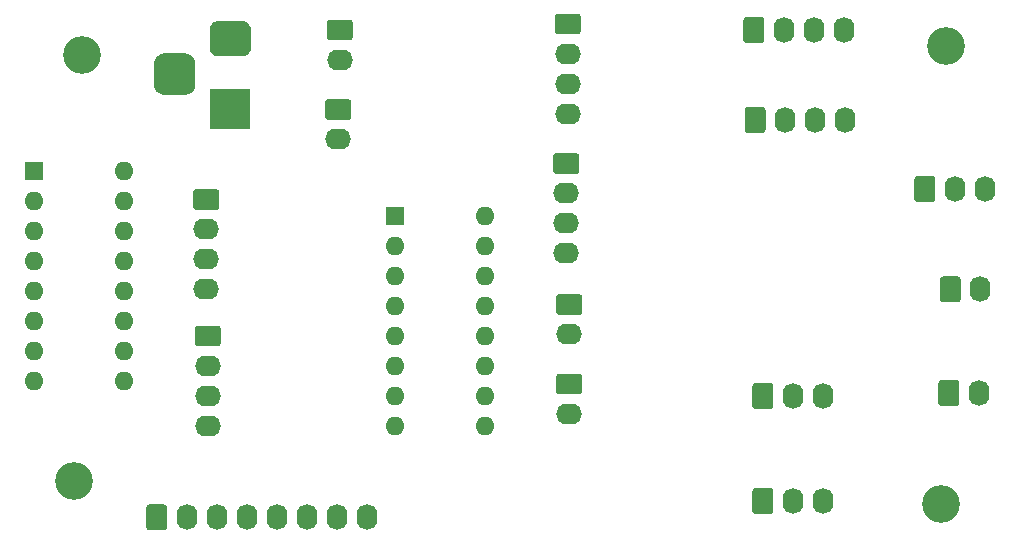
<source format=gbr>
G04 #@! TF.GenerationSoftware,KiCad,Pcbnew,(5.1.5-0-10_14)*
G04 #@! TF.CreationDate,2021-11-28T08:27:30+10:00*
G04 #@! TF.ProjectId,OH - Left Console - Output Distribution,4f48202d-204c-4656-9674-20436f6e736f,rev?*
G04 #@! TF.SameCoordinates,Original*
G04 #@! TF.FileFunction,Soldermask,Top*
G04 #@! TF.FilePolarity,Negative*
%FSLAX46Y46*%
G04 Gerber Fmt 4.6, Leading zero omitted, Abs format (unit mm)*
G04 Created by KiCad (PCBNEW (5.1.5-0-10_14)) date 2021-11-28 08:27:30*
%MOMM*%
%LPD*%
G04 APERTURE LIST*
%ADD10O,2.200000X1.740000*%
%ADD11C,0.100000*%
%ADD12R,3.500000X3.500000*%
%ADD13O,1.600000X1.600000*%
%ADD14R,1.600000X1.600000*%
%ADD15O,1.740000X2.200000*%
%ADD16C,3.200000*%
G04 APERTURE END LIST*
D10*
X169418000Y-53721000D03*
X169418000Y-51181000D03*
X169418000Y-48641000D03*
D11*
G36*
X170292505Y-45232204D02*
G01*
X170316773Y-45235804D01*
X170340572Y-45241765D01*
X170363671Y-45250030D01*
X170385850Y-45260520D01*
X170406893Y-45273132D01*
X170426599Y-45287747D01*
X170444777Y-45304223D01*
X170461253Y-45322401D01*
X170475868Y-45342107D01*
X170488480Y-45363150D01*
X170498970Y-45385329D01*
X170507235Y-45408428D01*
X170513196Y-45432227D01*
X170516796Y-45456495D01*
X170518000Y-45480999D01*
X170518000Y-46721001D01*
X170516796Y-46745505D01*
X170513196Y-46769773D01*
X170507235Y-46793572D01*
X170498970Y-46816671D01*
X170488480Y-46838850D01*
X170475868Y-46859893D01*
X170461253Y-46879599D01*
X170444777Y-46897777D01*
X170426599Y-46914253D01*
X170406893Y-46928868D01*
X170385850Y-46941480D01*
X170363671Y-46951970D01*
X170340572Y-46960235D01*
X170316773Y-46966196D01*
X170292505Y-46969796D01*
X170268001Y-46971000D01*
X168567999Y-46971000D01*
X168543495Y-46969796D01*
X168519227Y-46966196D01*
X168495428Y-46960235D01*
X168472329Y-46951970D01*
X168450150Y-46941480D01*
X168429107Y-46928868D01*
X168409401Y-46914253D01*
X168391223Y-46897777D01*
X168374747Y-46879599D01*
X168360132Y-46859893D01*
X168347520Y-46838850D01*
X168337030Y-46816671D01*
X168328765Y-46793572D01*
X168322804Y-46769773D01*
X168319204Y-46745505D01*
X168318000Y-46721001D01*
X168318000Y-45480999D01*
X168319204Y-45456495D01*
X168322804Y-45432227D01*
X168328765Y-45408428D01*
X168337030Y-45385329D01*
X168347520Y-45363150D01*
X168360132Y-45342107D01*
X168374747Y-45322401D01*
X168391223Y-45304223D01*
X168409401Y-45287747D01*
X168429107Y-45273132D01*
X168450150Y-45260520D01*
X168472329Y-45250030D01*
X168495428Y-45241765D01*
X168519227Y-45235804D01*
X168543495Y-45232204D01*
X168567999Y-45231000D01*
X170268001Y-45231000D01*
X170292505Y-45232204D01*
G37*
D10*
X169545000Y-41910000D03*
X169545000Y-39370000D03*
X169545000Y-36830000D03*
D11*
G36*
X170419505Y-33421204D02*
G01*
X170443773Y-33424804D01*
X170467572Y-33430765D01*
X170490671Y-33439030D01*
X170512850Y-33449520D01*
X170533893Y-33462132D01*
X170553599Y-33476747D01*
X170571777Y-33493223D01*
X170588253Y-33511401D01*
X170602868Y-33531107D01*
X170615480Y-33552150D01*
X170625970Y-33574329D01*
X170634235Y-33597428D01*
X170640196Y-33621227D01*
X170643796Y-33645495D01*
X170645000Y-33669999D01*
X170645000Y-34910001D01*
X170643796Y-34934505D01*
X170640196Y-34958773D01*
X170634235Y-34982572D01*
X170625970Y-35005671D01*
X170615480Y-35027850D01*
X170602868Y-35048893D01*
X170588253Y-35068599D01*
X170571777Y-35086777D01*
X170553599Y-35103253D01*
X170533893Y-35117868D01*
X170512850Y-35130480D01*
X170490671Y-35140970D01*
X170467572Y-35149235D01*
X170443773Y-35155196D01*
X170419505Y-35158796D01*
X170395001Y-35160000D01*
X168694999Y-35160000D01*
X168670495Y-35158796D01*
X168646227Y-35155196D01*
X168622428Y-35149235D01*
X168599329Y-35140970D01*
X168577150Y-35130480D01*
X168556107Y-35117868D01*
X168536401Y-35103253D01*
X168518223Y-35086777D01*
X168501747Y-35068599D01*
X168487132Y-35048893D01*
X168474520Y-35027850D01*
X168464030Y-35005671D01*
X168455765Y-34982572D01*
X168449804Y-34958773D01*
X168446204Y-34934505D01*
X168445000Y-34910001D01*
X168445000Y-33669999D01*
X168446204Y-33645495D01*
X168449804Y-33621227D01*
X168455765Y-33597428D01*
X168464030Y-33574329D01*
X168474520Y-33552150D01*
X168487132Y-33531107D01*
X168501747Y-33511401D01*
X168518223Y-33493223D01*
X168536401Y-33476747D01*
X168556107Y-33462132D01*
X168577150Y-33449520D01*
X168599329Y-33439030D01*
X168622428Y-33430765D01*
X168646227Y-33424804D01*
X168670495Y-33421204D01*
X168694999Y-33420000D01*
X170395001Y-33420000D01*
X170419505Y-33421204D01*
G37*
D10*
X169672000Y-67310000D03*
D11*
G36*
X170546505Y-63901204D02*
G01*
X170570773Y-63904804D01*
X170594572Y-63910765D01*
X170617671Y-63919030D01*
X170639850Y-63929520D01*
X170660893Y-63942132D01*
X170680599Y-63956747D01*
X170698777Y-63973223D01*
X170715253Y-63991401D01*
X170729868Y-64011107D01*
X170742480Y-64032150D01*
X170752970Y-64054329D01*
X170761235Y-64077428D01*
X170767196Y-64101227D01*
X170770796Y-64125495D01*
X170772000Y-64149999D01*
X170772000Y-65390001D01*
X170770796Y-65414505D01*
X170767196Y-65438773D01*
X170761235Y-65462572D01*
X170752970Y-65485671D01*
X170742480Y-65507850D01*
X170729868Y-65528893D01*
X170715253Y-65548599D01*
X170698777Y-65566777D01*
X170680599Y-65583253D01*
X170660893Y-65597868D01*
X170639850Y-65610480D01*
X170617671Y-65620970D01*
X170594572Y-65629235D01*
X170570773Y-65635196D01*
X170546505Y-65638796D01*
X170522001Y-65640000D01*
X168821999Y-65640000D01*
X168797495Y-65638796D01*
X168773227Y-65635196D01*
X168749428Y-65629235D01*
X168726329Y-65620970D01*
X168704150Y-65610480D01*
X168683107Y-65597868D01*
X168663401Y-65583253D01*
X168645223Y-65566777D01*
X168628747Y-65548599D01*
X168614132Y-65528893D01*
X168601520Y-65507850D01*
X168591030Y-65485671D01*
X168582765Y-65462572D01*
X168576804Y-65438773D01*
X168573204Y-65414505D01*
X168572000Y-65390001D01*
X168572000Y-64149999D01*
X168573204Y-64125495D01*
X168576804Y-64101227D01*
X168582765Y-64077428D01*
X168591030Y-64054329D01*
X168601520Y-64032150D01*
X168614132Y-64011107D01*
X168628747Y-63991401D01*
X168645223Y-63973223D01*
X168663401Y-63956747D01*
X168683107Y-63942132D01*
X168704150Y-63929520D01*
X168726329Y-63919030D01*
X168749428Y-63910765D01*
X168773227Y-63904804D01*
X168797495Y-63901204D01*
X168821999Y-63900000D01*
X170522001Y-63900000D01*
X170546505Y-63901204D01*
G37*
D10*
X169672000Y-60579000D03*
D11*
G36*
X170546505Y-57170204D02*
G01*
X170570773Y-57173804D01*
X170594572Y-57179765D01*
X170617671Y-57188030D01*
X170639850Y-57198520D01*
X170660893Y-57211132D01*
X170680599Y-57225747D01*
X170698777Y-57242223D01*
X170715253Y-57260401D01*
X170729868Y-57280107D01*
X170742480Y-57301150D01*
X170752970Y-57323329D01*
X170761235Y-57346428D01*
X170767196Y-57370227D01*
X170770796Y-57394495D01*
X170772000Y-57418999D01*
X170772000Y-58659001D01*
X170770796Y-58683505D01*
X170767196Y-58707773D01*
X170761235Y-58731572D01*
X170752970Y-58754671D01*
X170742480Y-58776850D01*
X170729868Y-58797893D01*
X170715253Y-58817599D01*
X170698777Y-58835777D01*
X170680599Y-58852253D01*
X170660893Y-58866868D01*
X170639850Y-58879480D01*
X170617671Y-58889970D01*
X170594572Y-58898235D01*
X170570773Y-58904196D01*
X170546505Y-58907796D01*
X170522001Y-58909000D01*
X168821999Y-58909000D01*
X168797495Y-58907796D01*
X168773227Y-58904196D01*
X168749428Y-58898235D01*
X168726329Y-58889970D01*
X168704150Y-58879480D01*
X168683107Y-58866868D01*
X168663401Y-58852253D01*
X168645223Y-58835777D01*
X168628747Y-58817599D01*
X168614132Y-58797893D01*
X168601520Y-58776850D01*
X168591030Y-58754671D01*
X168582765Y-58731572D01*
X168576804Y-58707773D01*
X168573204Y-58683505D01*
X168572000Y-58659001D01*
X168572000Y-57418999D01*
X168573204Y-57394495D01*
X168576804Y-57370227D01*
X168582765Y-57346428D01*
X168591030Y-57323329D01*
X168601520Y-57301150D01*
X168614132Y-57280107D01*
X168628747Y-57260401D01*
X168645223Y-57242223D01*
X168663401Y-57225747D01*
X168683107Y-57211132D01*
X168704150Y-57198520D01*
X168726329Y-57188030D01*
X168749428Y-57179765D01*
X168773227Y-57173804D01*
X168797495Y-57170204D01*
X168821999Y-57169000D01*
X170522001Y-57169000D01*
X170546505Y-57170204D01*
G37*
G36*
X137230765Y-36783213D02*
G01*
X137315704Y-36795813D01*
X137398999Y-36816677D01*
X137479848Y-36845605D01*
X137557472Y-36882319D01*
X137631124Y-36926464D01*
X137700094Y-36977616D01*
X137763718Y-37035282D01*
X137821384Y-37098906D01*
X137872536Y-37167876D01*
X137916681Y-37241528D01*
X137953395Y-37319152D01*
X137982323Y-37400001D01*
X138003187Y-37483296D01*
X138015787Y-37568235D01*
X138020000Y-37654000D01*
X138020000Y-39404000D01*
X138015787Y-39489765D01*
X138003187Y-39574704D01*
X137982323Y-39657999D01*
X137953395Y-39738848D01*
X137916681Y-39816472D01*
X137872536Y-39890124D01*
X137821384Y-39959094D01*
X137763718Y-40022718D01*
X137700094Y-40080384D01*
X137631124Y-40131536D01*
X137557472Y-40175681D01*
X137479848Y-40212395D01*
X137398999Y-40241323D01*
X137315704Y-40262187D01*
X137230765Y-40274787D01*
X137145000Y-40279000D01*
X135395000Y-40279000D01*
X135309235Y-40274787D01*
X135224296Y-40262187D01*
X135141001Y-40241323D01*
X135060152Y-40212395D01*
X134982528Y-40175681D01*
X134908876Y-40131536D01*
X134839906Y-40080384D01*
X134776282Y-40022718D01*
X134718616Y-39959094D01*
X134667464Y-39890124D01*
X134623319Y-39816472D01*
X134586605Y-39738848D01*
X134557677Y-39657999D01*
X134536813Y-39574704D01*
X134524213Y-39489765D01*
X134520000Y-39404000D01*
X134520000Y-37654000D01*
X134524213Y-37568235D01*
X134536813Y-37483296D01*
X134557677Y-37400001D01*
X134586605Y-37319152D01*
X134623319Y-37241528D01*
X134667464Y-37167876D01*
X134718616Y-37098906D01*
X134776282Y-37035282D01*
X134839906Y-36977616D01*
X134908876Y-36926464D01*
X134982528Y-36882319D01*
X135060152Y-36845605D01*
X135141001Y-36816677D01*
X135224296Y-36795813D01*
X135309235Y-36783213D01*
X135395000Y-36779000D01*
X137145000Y-36779000D01*
X137230765Y-36783213D01*
G37*
G36*
X142043513Y-34032611D02*
G01*
X142116318Y-34043411D01*
X142187714Y-34061295D01*
X142257013Y-34086090D01*
X142323548Y-34117559D01*
X142386678Y-34155398D01*
X142445795Y-34199242D01*
X142500330Y-34248670D01*
X142549758Y-34303205D01*
X142593602Y-34362322D01*
X142631441Y-34425452D01*
X142662910Y-34491987D01*
X142687705Y-34561286D01*
X142705589Y-34632682D01*
X142716389Y-34705487D01*
X142720000Y-34779000D01*
X142720000Y-36279000D01*
X142716389Y-36352513D01*
X142705589Y-36425318D01*
X142687705Y-36496714D01*
X142662910Y-36566013D01*
X142631441Y-36632548D01*
X142593602Y-36695678D01*
X142549758Y-36754795D01*
X142500330Y-36809330D01*
X142445795Y-36858758D01*
X142386678Y-36902602D01*
X142323548Y-36940441D01*
X142257013Y-36971910D01*
X142187714Y-36996705D01*
X142116318Y-37014589D01*
X142043513Y-37025389D01*
X141970000Y-37029000D01*
X139970000Y-37029000D01*
X139896487Y-37025389D01*
X139823682Y-37014589D01*
X139752286Y-36996705D01*
X139682987Y-36971910D01*
X139616452Y-36940441D01*
X139553322Y-36902602D01*
X139494205Y-36858758D01*
X139439670Y-36809330D01*
X139390242Y-36754795D01*
X139346398Y-36695678D01*
X139308559Y-36632548D01*
X139277090Y-36566013D01*
X139252295Y-36496714D01*
X139234411Y-36425318D01*
X139223611Y-36352513D01*
X139220000Y-36279000D01*
X139220000Y-34779000D01*
X139223611Y-34705487D01*
X139234411Y-34632682D01*
X139252295Y-34561286D01*
X139277090Y-34491987D01*
X139308559Y-34425452D01*
X139346398Y-34362322D01*
X139390242Y-34303205D01*
X139439670Y-34248670D01*
X139494205Y-34199242D01*
X139553322Y-34155398D01*
X139616452Y-34117559D01*
X139682987Y-34086090D01*
X139752286Y-34061295D01*
X139823682Y-34043411D01*
X139896487Y-34032611D01*
X139970000Y-34029000D01*
X141970000Y-34029000D01*
X142043513Y-34032611D01*
G37*
D12*
X140970000Y-41529000D03*
D13*
X162560000Y-50546000D03*
X154940000Y-68326000D03*
X162560000Y-53086000D03*
X154940000Y-65786000D03*
X162560000Y-55626000D03*
X154940000Y-63246000D03*
X162560000Y-58166000D03*
X154940000Y-60706000D03*
X162560000Y-60706000D03*
X154940000Y-58166000D03*
X162560000Y-63246000D03*
X154940000Y-55626000D03*
X162560000Y-65786000D03*
X154940000Y-53086000D03*
X162560000Y-68326000D03*
D14*
X154940000Y-50546000D03*
D15*
X152527000Y-76073000D03*
X149987000Y-76073000D03*
X147447000Y-76073000D03*
X144907000Y-76073000D03*
X142367000Y-76073000D03*
X139827000Y-76073000D03*
X137287000Y-76073000D03*
D11*
G36*
X135391505Y-74974204D02*
G01*
X135415773Y-74977804D01*
X135439572Y-74983765D01*
X135462671Y-74992030D01*
X135484850Y-75002520D01*
X135505893Y-75015132D01*
X135525599Y-75029747D01*
X135543777Y-75046223D01*
X135560253Y-75064401D01*
X135574868Y-75084107D01*
X135587480Y-75105150D01*
X135597970Y-75127329D01*
X135606235Y-75150428D01*
X135612196Y-75174227D01*
X135615796Y-75198495D01*
X135617000Y-75222999D01*
X135617000Y-76923001D01*
X135615796Y-76947505D01*
X135612196Y-76971773D01*
X135606235Y-76995572D01*
X135597970Y-77018671D01*
X135587480Y-77040850D01*
X135574868Y-77061893D01*
X135560253Y-77081599D01*
X135543777Y-77099777D01*
X135525599Y-77116253D01*
X135505893Y-77130868D01*
X135484850Y-77143480D01*
X135462671Y-77153970D01*
X135439572Y-77162235D01*
X135415773Y-77168196D01*
X135391505Y-77171796D01*
X135367001Y-77173000D01*
X134126999Y-77173000D01*
X134102495Y-77171796D01*
X134078227Y-77168196D01*
X134054428Y-77162235D01*
X134031329Y-77153970D01*
X134009150Y-77143480D01*
X133988107Y-77130868D01*
X133968401Y-77116253D01*
X133950223Y-77099777D01*
X133933747Y-77081599D01*
X133919132Y-77061893D01*
X133906520Y-77040850D01*
X133896030Y-77018671D01*
X133887765Y-76995572D01*
X133881804Y-76971773D01*
X133878204Y-76947505D01*
X133877000Y-76923001D01*
X133877000Y-75222999D01*
X133878204Y-75198495D01*
X133881804Y-75174227D01*
X133887765Y-75150428D01*
X133896030Y-75127329D01*
X133906520Y-75105150D01*
X133919132Y-75084107D01*
X133933747Y-75064401D01*
X133950223Y-75046223D01*
X133968401Y-75029747D01*
X133988107Y-75015132D01*
X134009150Y-75002520D01*
X134031329Y-74992030D01*
X134054428Y-74983765D01*
X134078227Y-74977804D01*
X134102495Y-74974204D01*
X134126999Y-74973000D01*
X135367001Y-74973000D01*
X135391505Y-74974204D01*
G37*
D15*
X204343000Y-65532000D03*
D11*
G36*
X202447505Y-64433204D02*
G01*
X202471773Y-64436804D01*
X202495572Y-64442765D01*
X202518671Y-64451030D01*
X202540850Y-64461520D01*
X202561893Y-64474132D01*
X202581599Y-64488747D01*
X202599777Y-64505223D01*
X202616253Y-64523401D01*
X202630868Y-64543107D01*
X202643480Y-64564150D01*
X202653970Y-64586329D01*
X202662235Y-64609428D01*
X202668196Y-64633227D01*
X202671796Y-64657495D01*
X202673000Y-64681999D01*
X202673000Y-66382001D01*
X202671796Y-66406505D01*
X202668196Y-66430773D01*
X202662235Y-66454572D01*
X202653970Y-66477671D01*
X202643480Y-66499850D01*
X202630868Y-66520893D01*
X202616253Y-66540599D01*
X202599777Y-66558777D01*
X202581599Y-66575253D01*
X202561893Y-66589868D01*
X202540850Y-66602480D01*
X202518671Y-66612970D01*
X202495572Y-66621235D01*
X202471773Y-66627196D01*
X202447505Y-66630796D01*
X202423001Y-66632000D01*
X201182999Y-66632000D01*
X201158495Y-66630796D01*
X201134227Y-66627196D01*
X201110428Y-66621235D01*
X201087329Y-66612970D01*
X201065150Y-66602480D01*
X201044107Y-66589868D01*
X201024401Y-66575253D01*
X201006223Y-66558777D01*
X200989747Y-66540599D01*
X200975132Y-66520893D01*
X200962520Y-66499850D01*
X200952030Y-66477671D01*
X200943765Y-66454572D01*
X200937804Y-66430773D01*
X200934204Y-66406505D01*
X200933000Y-66382001D01*
X200933000Y-64681999D01*
X200934204Y-64657495D01*
X200937804Y-64633227D01*
X200943765Y-64609428D01*
X200952030Y-64586329D01*
X200962520Y-64564150D01*
X200975132Y-64543107D01*
X200989747Y-64523401D01*
X201006223Y-64505223D01*
X201024401Y-64488747D01*
X201044107Y-64474132D01*
X201065150Y-64461520D01*
X201087329Y-64451030D01*
X201110428Y-64442765D01*
X201134227Y-64436804D01*
X201158495Y-64433204D01*
X201182999Y-64432000D01*
X202423001Y-64432000D01*
X202447505Y-64433204D01*
G37*
D15*
X204470000Y-56769000D03*
D11*
G36*
X202574505Y-55670204D02*
G01*
X202598773Y-55673804D01*
X202622572Y-55679765D01*
X202645671Y-55688030D01*
X202667850Y-55698520D01*
X202688893Y-55711132D01*
X202708599Y-55725747D01*
X202726777Y-55742223D01*
X202743253Y-55760401D01*
X202757868Y-55780107D01*
X202770480Y-55801150D01*
X202780970Y-55823329D01*
X202789235Y-55846428D01*
X202795196Y-55870227D01*
X202798796Y-55894495D01*
X202800000Y-55918999D01*
X202800000Y-57619001D01*
X202798796Y-57643505D01*
X202795196Y-57667773D01*
X202789235Y-57691572D01*
X202780970Y-57714671D01*
X202770480Y-57736850D01*
X202757868Y-57757893D01*
X202743253Y-57777599D01*
X202726777Y-57795777D01*
X202708599Y-57812253D01*
X202688893Y-57826868D01*
X202667850Y-57839480D01*
X202645671Y-57849970D01*
X202622572Y-57858235D01*
X202598773Y-57864196D01*
X202574505Y-57867796D01*
X202550001Y-57869000D01*
X201309999Y-57869000D01*
X201285495Y-57867796D01*
X201261227Y-57864196D01*
X201237428Y-57858235D01*
X201214329Y-57849970D01*
X201192150Y-57839480D01*
X201171107Y-57826868D01*
X201151401Y-57812253D01*
X201133223Y-57795777D01*
X201116747Y-57777599D01*
X201102132Y-57757893D01*
X201089520Y-57736850D01*
X201079030Y-57714671D01*
X201070765Y-57691572D01*
X201064804Y-57667773D01*
X201061204Y-57643505D01*
X201060000Y-57619001D01*
X201060000Y-55918999D01*
X201061204Y-55894495D01*
X201064804Y-55870227D01*
X201070765Y-55846428D01*
X201079030Y-55823329D01*
X201089520Y-55801150D01*
X201102132Y-55780107D01*
X201116747Y-55760401D01*
X201133223Y-55742223D01*
X201151401Y-55725747D01*
X201171107Y-55711132D01*
X201192150Y-55698520D01*
X201214329Y-55688030D01*
X201237428Y-55679765D01*
X201261227Y-55673804D01*
X201285495Y-55670204D01*
X201309999Y-55669000D01*
X202550001Y-55669000D01*
X202574505Y-55670204D01*
G37*
D15*
X204851000Y-48260000D03*
X202311000Y-48260000D03*
D11*
G36*
X200415505Y-47161204D02*
G01*
X200439773Y-47164804D01*
X200463572Y-47170765D01*
X200486671Y-47179030D01*
X200508850Y-47189520D01*
X200529893Y-47202132D01*
X200549599Y-47216747D01*
X200567777Y-47233223D01*
X200584253Y-47251401D01*
X200598868Y-47271107D01*
X200611480Y-47292150D01*
X200621970Y-47314329D01*
X200630235Y-47337428D01*
X200636196Y-47361227D01*
X200639796Y-47385495D01*
X200641000Y-47409999D01*
X200641000Y-49110001D01*
X200639796Y-49134505D01*
X200636196Y-49158773D01*
X200630235Y-49182572D01*
X200621970Y-49205671D01*
X200611480Y-49227850D01*
X200598868Y-49248893D01*
X200584253Y-49268599D01*
X200567777Y-49286777D01*
X200549599Y-49303253D01*
X200529893Y-49317868D01*
X200508850Y-49330480D01*
X200486671Y-49340970D01*
X200463572Y-49349235D01*
X200439773Y-49355196D01*
X200415505Y-49358796D01*
X200391001Y-49360000D01*
X199150999Y-49360000D01*
X199126495Y-49358796D01*
X199102227Y-49355196D01*
X199078428Y-49349235D01*
X199055329Y-49340970D01*
X199033150Y-49330480D01*
X199012107Y-49317868D01*
X198992401Y-49303253D01*
X198974223Y-49286777D01*
X198957747Y-49268599D01*
X198943132Y-49248893D01*
X198930520Y-49227850D01*
X198920030Y-49205671D01*
X198911765Y-49182572D01*
X198905804Y-49158773D01*
X198902204Y-49134505D01*
X198901000Y-49110001D01*
X198901000Y-47409999D01*
X198902204Y-47385495D01*
X198905804Y-47361227D01*
X198911765Y-47337428D01*
X198920030Y-47314329D01*
X198930520Y-47292150D01*
X198943132Y-47271107D01*
X198957747Y-47251401D01*
X198974223Y-47233223D01*
X198992401Y-47216747D01*
X199012107Y-47202132D01*
X199033150Y-47189520D01*
X199055329Y-47179030D01*
X199078428Y-47170765D01*
X199102227Y-47164804D01*
X199126495Y-47161204D01*
X199150999Y-47160000D01*
X200391001Y-47160000D01*
X200415505Y-47161204D01*
G37*
D13*
X131953000Y-46736000D03*
X124333000Y-64516000D03*
X131953000Y-49276000D03*
X124333000Y-61976000D03*
X131953000Y-51816000D03*
X124333000Y-59436000D03*
X131953000Y-54356000D03*
X124333000Y-56896000D03*
X131953000Y-56896000D03*
X124333000Y-54356000D03*
X131953000Y-59436000D03*
X124333000Y-51816000D03*
X131953000Y-61976000D03*
X124333000Y-49276000D03*
X131953000Y-64516000D03*
D14*
X124333000Y-46736000D03*
D15*
X191135000Y-65786000D03*
X188595000Y-65786000D03*
D11*
G36*
X186699505Y-64687204D02*
G01*
X186723773Y-64690804D01*
X186747572Y-64696765D01*
X186770671Y-64705030D01*
X186792850Y-64715520D01*
X186813893Y-64728132D01*
X186833599Y-64742747D01*
X186851777Y-64759223D01*
X186868253Y-64777401D01*
X186882868Y-64797107D01*
X186895480Y-64818150D01*
X186905970Y-64840329D01*
X186914235Y-64863428D01*
X186920196Y-64887227D01*
X186923796Y-64911495D01*
X186925000Y-64935999D01*
X186925000Y-66636001D01*
X186923796Y-66660505D01*
X186920196Y-66684773D01*
X186914235Y-66708572D01*
X186905970Y-66731671D01*
X186895480Y-66753850D01*
X186882868Y-66774893D01*
X186868253Y-66794599D01*
X186851777Y-66812777D01*
X186833599Y-66829253D01*
X186813893Y-66843868D01*
X186792850Y-66856480D01*
X186770671Y-66866970D01*
X186747572Y-66875235D01*
X186723773Y-66881196D01*
X186699505Y-66884796D01*
X186675001Y-66886000D01*
X185434999Y-66886000D01*
X185410495Y-66884796D01*
X185386227Y-66881196D01*
X185362428Y-66875235D01*
X185339329Y-66866970D01*
X185317150Y-66856480D01*
X185296107Y-66843868D01*
X185276401Y-66829253D01*
X185258223Y-66812777D01*
X185241747Y-66794599D01*
X185227132Y-66774893D01*
X185214520Y-66753850D01*
X185204030Y-66731671D01*
X185195765Y-66708572D01*
X185189804Y-66684773D01*
X185186204Y-66660505D01*
X185185000Y-66636001D01*
X185185000Y-64935999D01*
X185186204Y-64911495D01*
X185189804Y-64887227D01*
X185195765Y-64863428D01*
X185204030Y-64840329D01*
X185214520Y-64818150D01*
X185227132Y-64797107D01*
X185241747Y-64777401D01*
X185258223Y-64759223D01*
X185276401Y-64742747D01*
X185296107Y-64728132D01*
X185317150Y-64715520D01*
X185339329Y-64705030D01*
X185362428Y-64696765D01*
X185386227Y-64690804D01*
X185410495Y-64687204D01*
X185434999Y-64686000D01*
X186675001Y-64686000D01*
X186699505Y-64687204D01*
G37*
D15*
X191135000Y-74676000D03*
X188595000Y-74676000D03*
D11*
G36*
X186699505Y-73577204D02*
G01*
X186723773Y-73580804D01*
X186747572Y-73586765D01*
X186770671Y-73595030D01*
X186792850Y-73605520D01*
X186813893Y-73618132D01*
X186833599Y-73632747D01*
X186851777Y-73649223D01*
X186868253Y-73667401D01*
X186882868Y-73687107D01*
X186895480Y-73708150D01*
X186905970Y-73730329D01*
X186914235Y-73753428D01*
X186920196Y-73777227D01*
X186923796Y-73801495D01*
X186925000Y-73825999D01*
X186925000Y-75526001D01*
X186923796Y-75550505D01*
X186920196Y-75574773D01*
X186914235Y-75598572D01*
X186905970Y-75621671D01*
X186895480Y-75643850D01*
X186882868Y-75664893D01*
X186868253Y-75684599D01*
X186851777Y-75702777D01*
X186833599Y-75719253D01*
X186813893Y-75733868D01*
X186792850Y-75746480D01*
X186770671Y-75756970D01*
X186747572Y-75765235D01*
X186723773Y-75771196D01*
X186699505Y-75774796D01*
X186675001Y-75776000D01*
X185434999Y-75776000D01*
X185410495Y-75774796D01*
X185386227Y-75771196D01*
X185362428Y-75765235D01*
X185339329Y-75756970D01*
X185317150Y-75746480D01*
X185296107Y-75733868D01*
X185276401Y-75719253D01*
X185258223Y-75702777D01*
X185241747Y-75684599D01*
X185227132Y-75664893D01*
X185214520Y-75643850D01*
X185204030Y-75621671D01*
X185195765Y-75598572D01*
X185189804Y-75574773D01*
X185186204Y-75550505D01*
X185185000Y-75526001D01*
X185185000Y-73825999D01*
X185186204Y-73801495D01*
X185189804Y-73777227D01*
X185195765Y-73753428D01*
X185204030Y-73730329D01*
X185214520Y-73708150D01*
X185227132Y-73687107D01*
X185241747Y-73667401D01*
X185258223Y-73649223D01*
X185276401Y-73632747D01*
X185296107Y-73618132D01*
X185317150Y-73605520D01*
X185339329Y-73595030D01*
X185362428Y-73586765D01*
X185386227Y-73580804D01*
X185410495Y-73577204D01*
X185434999Y-73576000D01*
X186675001Y-73576000D01*
X186699505Y-73577204D01*
G37*
D10*
X139065000Y-68326000D03*
X139065000Y-65786000D03*
X139065000Y-63246000D03*
D11*
G36*
X139939505Y-59837204D02*
G01*
X139963773Y-59840804D01*
X139987572Y-59846765D01*
X140010671Y-59855030D01*
X140032850Y-59865520D01*
X140053893Y-59878132D01*
X140073599Y-59892747D01*
X140091777Y-59909223D01*
X140108253Y-59927401D01*
X140122868Y-59947107D01*
X140135480Y-59968150D01*
X140145970Y-59990329D01*
X140154235Y-60013428D01*
X140160196Y-60037227D01*
X140163796Y-60061495D01*
X140165000Y-60085999D01*
X140165000Y-61326001D01*
X140163796Y-61350505D01*
X140160196Y-61374773D01*
X140154235Y-61398572D01*
X140145970Y-61421671D01*
X140135480Y-61443850D01*
X140122868Y-61464893D01*
X140108253Y-61484599D01*
X140091777Y-61502777D01*
X140073599Y-61519253D01*
X140053893Y-61533868D01*
X140032850Y-61546480D01*
X140010671Y-61556970D01*
X139987572Y-61565235D01*
X139963773Y-61571196D01*
X139939505Y-61574796D01*
X139915001Y-61576000D01*
X138214999Y-61576000D01*
X138190495Y-61574796D01*
X138166227Y-61571196D01*
X138142428Y-61565235D01*
X138119329Y-61556970D01*
X138097150Y-61546480D01*
X138076107Y-61533868D01*
X138056401Y-61519253D01*
X138038223Y-61502777D01*
X138021747Y-61484599D01*
X138007132Y-61464893D01*
X137994520Y-61443850D01*
X137984030Y-61421671D01*
X137975765Y-61398572D01*
X137969804Y-61374773D01*
X137966204Y-61350505D01*
X137965000Y-61326001D01*
X137965000Y-60085999D01*
X137966204Y-60061495D01*
X137969804Y-60037227D01*
X137975765Y-60013428D01*
X137984030Y-59990329D01*
X137994520Y-59968150D01*
X138007132Y-59947107D01*
X138021747Y-59927401D01*
X138038223Y-59909223D01*
X138056401Y-59892747D01*
X138076107Y-59878132D01*
X138097150Y-59865520D01*
X138119329Y-59855030D01*
X138142428Y-59846765D01*
X138166227Y-59840804D01*
X138190495Y-59837204D01*
X138214999Y-59836000D01*
X139915001Y-59836000D01*
X139939505Y-59837204D01*
G37*
D15*
X193040000Y-42418000D03*
X190500000Y-42418000D03*
X187960000Y-42418000D03*
D11*
G36*
X186064505Y-41319204D02*
G01*
X186088773Y-41322804D01*
X186112572Y-41328765D01*
X186135671Y-41337030D01*
X186157850Y-41347520D01*
X186178893Y-41360132D01*
X186198599Y-41374747D01*
X186216777Y-41391223D01*
X186233253Y-41409401D01*
X186247868Y-41429107D01*
X186260480Y-41450150D01*
X186270970Y-41472329D01*
X186279235Y-41495428D01*
X186285196Y-41519227D01*
X186288796Y-41543495D01*
X186290000Y-41567999D01*
X186290000Y-43268001D01*
X186288796Y-43292505D01*
X186285196Y-43316773D01*
X186279235Y-43340572D01*
X186270970Y-43363671D01*
X186260480Y-43385850D01*
X186247868Y-43406893D01*
X186233253Y-43426599D01*
X186216777Y-43444777D01*
X186198599Y-43461253D01*
X186178893Y-43475868D01*
X186157850Y-43488480D01*
X186135671Y-43498970D01*
X186112572Y-43507235D01*
X186088773Y-43513196D01*
X186064505Y-43516796D01*
X186040001Y-43518000D01*
X184799999Y-43518000D01*
X184775495Y-43516796D01*
X184751227Y-43513196D01*
X184727428Y-43507235D01*
X184704329Y-43498970D01*
X184682150Y-43488480D01*
X184661107Y-43475868D01*
X184641401Y-43461253D01*
X184623223Y-43444777D01*
X184606747Y-43426599D01*
X184592132Y-43406893D01*
X184579520Y-43385850D01*
X184569030Y-43363671D01*
X184560765Y-43340572D01*
X184554804Y-43316773D01*
X184551204Y-43292505D01*
X184550000Y-43268001D01*
X184550000Y-41567999D01*
X184551204Y-41543495D01*
X184554804Y-41519227D01*
X184560765Y-41495428D01*
X184569030Y-41472329D01*
X184579520Y-41450150D01*
X184592132Y-41429107D01*
X184606747Y-41409401D01*
X184623223Y-41391223D01*
X184641401Y-41374747D01*
X184661107Y-41360132D01*
X184682150Y-41347520D01*
X184704329Y-41337030D01*
X184727428Y-41328765D01*
X184751227Y-41322804D01*
X184775495Y-41319204D01*
X184799999Y-41318000D01*
X186040001Y-41318000D01*
X186064505Y-41319204D01*
G37*
D10*
X150241000Y-37338000D03*
D11*
G36*
X151115505Y-33929204D02*
G01*
X151139773Y-33932804D01*
X151163572Y-33938765D01*
X151186671Y-33947030D01*
X151208850Y-33957520D01*
X151229893Y-33970132D01*
X151249599Y-33984747D01*
X151267777Y-34001223D01*
X151284253Y-34019401D01*
X151298868Y-34039107D01*
X151311480Y-34060150D01*
X151321970Y-34082329D01*
X151330235Y-34105428D01*
X151336196Y-34129227D01*
X151339796Y-34153495D01*
X151341000Y-34177999D01*
X151341000Y-35418001D01*
X151339796Y-35442505D01*
X151336196Y-35466773D01*
X151330235Y-35490572D01*
X151321970Y-35513671D01*
X151311480Y-35535850D01*
X151298868Y-35556893D01*
X151284253Y-35576599D01*
X151267777Y-35594777D01*
X151249599Y-35611253D01*
X151229893Y-35625868D01*
X151208850Y-35638480D01*
X151186671Y-35648970D01*
X151163572Y-35657235D01*
X151139773Y-35663196D01*
X151115505Y-35666796D01*
X151091001Y-35668000D01*
X149390999Y-35668000D01*
X149366495Y-35666796D01*
X149342227Y-35663196D01*
X149318428Y-35657235D01*
X149295329Y-35648970D01*
X149273150Y-35638480D01*
X149252107Y-35625868D01*
X149232401Y-35611253D01*
X149214223Y-35594777D01*
X149197747Y-35576599D01*
X149183132Y-35556893D01*
X149170520Y-35535850D01*
X149160030Y-35513671D01*
X149151765Y-35490572D01*
X149145804Y-35466773D01*
X149142204Y-35442505D01*
X149141000Y-35418001D01*
X149141000Y-34177999D01*
X149142204Y-34153495D01*
X149145804Y-34129227D01*
X149151765Y-34105428D01*
X149160030Y-34082329D01*
X149170520Y-34060150D01*
X149183132Y-34039107D01*
X149197747Y-34019401D01*
X149214223Y-34001223D01*
X149232401Y-33984747D01*
X149252107Y-33970132D01*
X149273150Y-33957520D01*
X149295329Y-33947030D01*
X149318428Y-33938765D01*
X149342227Y-33932804D01*
X149366495Y-33929204D01*
X149390999Y-33928000D01*
X151091001Y-33928000D01*
X151115505Y-33929204D01*
G37*
D10*
X138938000Y-56769000D03*
X138938000Y-54229000D03*
X138938000Y-51689000D03*
D11*
G36*
X139812505Y-48280204D02*
G01*
X139836773Y-48283804D01*
X139860572Y-48289765D01*
X139883671Y-48298030D01*
X139905850Y-48308520D01*
X139926893Y-48321132D01*
X139946599Y-48335747D01*
X139964777Y-48352223D01*
X139981253Y-48370401D01*
X139995868Y-48390107D01*
X140008480Y-48411150D01*
X140018970Y-48433329D01*
X140027235Y-48456428D01*
X140033196Y-48480227D01*
X140036796Y-48504495D01*
X140038000Y-48528999D01*
X140038000Y-49769001D01*
X140036796Y-49793505D01*
X140033196Y-49817773D01*
X140027235Y-49841572D01*
X140018970Y-49864671D01*
X140008480Y-49886850D01*
X139995868Y-49907893D01*
X139981253Y-49927599D01*
X139964777Y-49945777D01*
X139946599Y-49962253D01*
X139926893Y-49976868D01*
X139905850Y-49989480D01*
X139883671Y-49999970D01*
X139860572Y-50008235D01*
X139836773Y-50014196D01*
X139812505Y-50017796D01*
X139788001Y-50019000D01*
X138087999Y-50019000D01*
X138063495Y-50017796D01*
X138039227Y-50014196D01*
X138015428Y-50008235D01*
X137992329Y-49999970D01*
X137970150Y-49989480D01*
X137949107Y-49976868D01*
X137929401Y-49962253D01*
X137911223Y-49945777D01*
X137894747Y-49927599D01*
X137880132Y-49907893D01*
X137867520Y-49886850D01*
X137857030Y-49864671D01*
X137848765Y-49841572D01*
X137842804Y-49817773D01*
X137839204Y-49793505D01*
X137838000Y-49769001D01*
X137838000Y-48528999D01*
X137839204Y-48504495D01*
X137842804Y-48480227D01*
X137848765Y-48456428D01*
X137857030Y-48433329D01*
X137867520Y-48411150D01*
X137880132Y-48390107D01*
X137894747Y-48370401D01*
X137911223Y-48352223D01*
X137929401Y-48335747D01*
X137949107Y-48321132D01*
X137970150Y-48308520D01*
X137992329Y-48298030D01*
X138015428Y-48289765D01*
X138039227Y-48283804D01*
X138063495Y-48280204D01*
X138087999Y-48279000D01*
X139788001Y-48279000D01*
X139812505Y-48280204D01*
G37*
D10*
X150114000Y-44069000D03*
D11*
G36*
X150988505Y-40660204D02*
G01*
X151012773Y-40663804D01*
X151036572Y-40669765D01*
X151059671Y-40678030D01*
X151081850Y-40688520D01*
X151102893Y-40701132D01*
X151122599Y-40715747D01*
X151140777Y-40732223D01*
X151157253Y-40750401D01*
X151171868Y-40770107D01*
X151184480Y-40791150D01*
X151194970Y-40813329D01*
X151203235Y-40836428D01*
X151209196Y-40860227D01*
X151212796Y-40884495D01*
X151214000Y-40908999D01*
X151214000Y-42149001D01*
X151212796Y-42173505D01*
X151209196Y-42197773D01*
X151203235Y-42221572D01*
X151194970Y-42244671D01*
X151184480Y-42266850D01*
X151171868Y-42287893D01*
X151157253Y-42307599D01*
X151140777Y-42325777D01*
X151122599Y-42342253D01*
X151102893Y-42356868D01*
X151081850Y-42369480D01*
X151059671Y-42379970D01*
X151036572Y-42388235D01*
X151012773Y-42394196D01*
X150988505Y-42397796D01*
X150964001Y-42399000D01*
X149263999Y-42399000D01*
X149239495Y-42397796D01*
X149215227Y-42394196D01*
X149191428Y-42388235D01*
X149168329Y-42379970D01*
X149146150Y-42369480D01*
X149125107Y-42356868D01*
X149105401Y-42342253D01*
X149087223Y-42325777D01*
X149070747Y-42307599D01*
X149056132Y-42287893D01*
X149043520Y-42266850D01*
X149033030Y-42244671D01*
X149024765Y-42221572D01*
X149018804Y-42197773D01*
X149015204Y-42173505D01*
X149014000Y-42149001D01*
X149014000Y-40908999D01*
X149015204Y-40884495D01*
X149018804Y-40860227D01*
X149024765Y-40836428D01*
X149033030Y-40813329D01*
X149043520Y-40791150D01*
X149056132Y-40770107D01*
X149070747Y-40750401D01*
X149087223Y-40732223D01*
X149105401Y-40715747D01*
X149125107Y-40701132D01*
X149146150Y-40688520D01*
X149168329Y-40678030D01*
X149191428Y-40669765D01*
X149215227Y-40663804D01*
X149239495Y-40660204D01*
X149263999Y-40659000D01*
X150964001Y-40659000D01*
X150988505Y-40660204D01*
G37*
D15*
X192913000Y-34798000D03*
X190373000Y-34798000D03*
X187833000Y-34798000D03*
D11*
G36*
X185937505Y-33699204D02*
G01*
X185961773Y-33702804D01*
X185985572Y-33708765D01*
X186008671Y-33717030D01*
X186030850Y-33727520D01*
X186051893Y-33740132D01*
X186071599Y-33754747D01*
X186089777Y-33771223D01*
X186106253Y-33789401D01*
X186120868Y-33809107D01*
X186133480Y-33830150D01*
X186143970Y-33852329D01*
X186152235Y-33875428D01*
X186158196Y-33899227D01*
X186161796Y-33923495D01*
X186163000Y-33947999D01*
X186163000Y-35648001D01*
X186161796Y-35672505D01*
X186158196Y-35696773D01*
X186152235Y-35720572D01*
X186143970Y-35743671D01*
X186133480Y-35765850D01*
X186120868Y-35786893D01*
X186106253Y-35806599D01*
X186089777Y-35824777D01*
X186071599Y-35841253D01*
X186051893Y-35855868D01*
X186030850Y-35868480D01*
X186008671Y-35878970D01*
X185985572Y-35887235D01*
X185961773Y-35893196D01*
X185937505Y-35896796D01*
X185913001Y-35898000D01*
X184672999Y-35898000D01*
X184648495Y-35896796D01*
X184624227Y-35893196D01*
X184600428Y-35887235D01*
X184577329Y-35878970D01*
X184555150Y-35868480D01*
X184534107Y-35855868D01*
X184514401Y-35841253D01*
X184496223Y-35824777D01*
X184479747Y-35806599D01*
X184465132Y-35786893D01*
X184452520Y-35765850D01*
X184442030Y-35743671D01*
X184433765Y-35720572D01*
X184427804Y-35696773D01*
X184424204Y-35672505D01*
X184423000Y-35648001D01*
X184423000Y-33947999D01*
X184424204Y-33923495D01*
X184427804Y-33899227D01*
X184433765Y-33875428D01*
X184442030Y-33852329D01*
X184452520Y-33830150D01*
X184465132Y-33809107D01*
X184479747Y-33789401D01*
X184496223Y-33771223D01*
X184514401Y-33754747D01*
X184534107Y-33740132D01*
X184555150Y-33727520D01*
X184577329Y-33717030D01*
X184600428Y-33708765D01*
X184624227Y-33702804D01*
X184648495Y-33699204D01*
X184672999Y-33698000D01*
X185913001Y-33698000D01*
X185937505Y-33699204D01*
G37*
D16*
X201549000Y-36195000D03*
X201168000Y-74930000D03*
X127762000Y-73025000D03*
X128397000Y-36957000D03*
M02*

</source>
